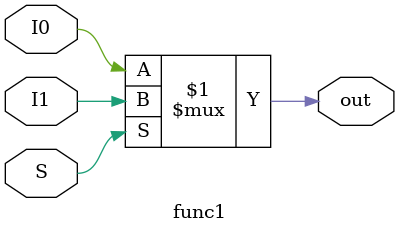
<source format=v>
module func1(I0,I1,S,out);
  input I0,I1;
  input S;
  output out;
   assign out = S ? I1 : I0;
   
 endmodule
/* este modulo é um seletor (mux 2x1) que vai selecionar uma entrada
conforme seu sinal lógico */
</source>
